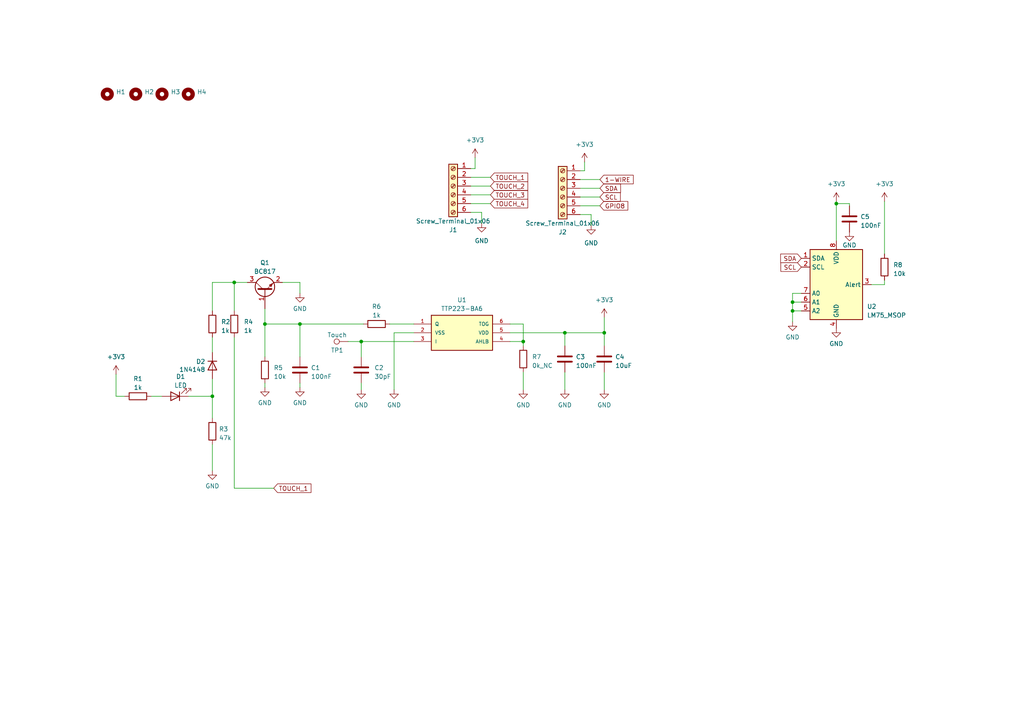
<source format=kicad_sch>
(kicad_sch (version 20230121) (generator eeschema)
  (paper "A4")
  (lib_symbols
    (symbol "Connector:Screw_Terminal_01x06" (pin_names (offset 1.016) hide)
      (property "Reference" "J" (at 0 7.62 0))
      (property "Value" "Screw_Terminal_01x06" (at 0 -10.16 0))
      (symbol "Screw_Terminal_01x06_1_1"
        (rectangle (start -1.27 6.35) (end 1.27 -8.89) (stroke (width 0.254)) (fill (type background)))
        (circle (center 0 -7.62) (radius 0.635) (stroke (width 0.1524)))
        (circle (center 0 -5.08) (radius 0.635) (stroke (width 0.1524)))
        (circle (center 0 -2.54) (radius 0.635) (stroke (width 0.1524)))
        (polyline (pts (xy -0.5334 -7.2898) (xy 0.3302 -8.128)) (stroke (width 0.1524)))
        (polyline (pts (xy -0.5334 -4.7498) (xy 0.3302 -5.588)) (stroke (width 0.1524)))
        (polyline (pts (xy -0.5334 -2.2098) (xy 0.3302 -3.048)) (stroke (width 0.1524)))
        (polyline (pts (xy -0.5334 0.3302) (xy 0.3302 -0.508)) (stroke (width 0.1524)))
        (polyline (pts (xy -0.5334 2.8702) (xy 0.3302 2.032)) (stroke (width 0.1524)))
        (polyline (pts (xy -0.5334 5.4102) (xy 0.3302 4.572)) (stroke (width 0.1524)))
        (polyline (pts (xy -0.3556 -7.112) (xy 0.508 -7.9502)) (stroke (width 0.1524)))
        (polyline (pts (xy -0.3556 -4.572) (xy 0.508 -5.4102)) (stroke (width 0.1524)))
        (polyline (pts (xy -0.3556 -2.032) (xy 0.508 -2.8702)) (stroke (width 0.1524)))
        (polyline (pts (xy -0.3556 0.508) (xy 0.508 -0.3302)) (stroke (width 0.1524)))
        (polyline (pts (xy -0.3556 3.048) (xy 0.508 2.2098)) (stroke (width 0.1524)))
        (polyline (pts (xy -0.3556 5.588) (xy 0.508 4.7498)) (stroke (width 0.1524)))
        (circle (center 0 0) (radius 0.635) (stroke (width 0.1524)))
        (circle (center 0 2.54) (radius 0.635) (stroke (width 0.1524)))
        (circle (center 0 5.08) (radius 0.635) (stroke (width 0.1524)))
        (pin passive line (at -5.08 5.08 0) (length 3.81) (name "Pin_1") (number "1"))
        (pin passive line (at -5.08 2.54 0) (length 3.81) (name "Pin_2") (number "2"))
        (pin passive line (at -5.08 0 0) (length 3.81) (name "Pin_3") (number "3"))
        (pin passive line (at -5.08 -2.54 0) (length 3.81) (name "Pin_4") (number "4"))
        (pin passive line (at -5.08 -5.08 0) (length 3.81) (name "Pin_5") (number "5"))
        (pin passive line (at -5.08 -7.62 0) (length 3.81) (name "Pin_6") (number "6"))
      )
    )
    (symbol "Connector:TestPoint" (pin_numbers hide) (pin_names (offset 0.762) hide)
      (property "Reference" "TP" (at 0 6.858 0))
      (property "Value" "TestPoint" (at 0 5.08 0))
      (symbol "TestPoint_0_1"
        (circle (center 0 3.302) (radius 0.762))
      )
      (symbol "TestPoint_1_1"
        (pin passive line (at 0 0 90) (length 2.54) (name "1") (number "1"))
      )
    )
    (symbol "Device:C" (pin_numbers hide) (pin_names (offset 0.254))
      (property "Reference" "C" (at 0.635 2.54 0))
      (property "Value" "C" (at 0.635 -2.54 0))
      (symbol "C_0_1"
        (polyline (pts (xy -2.032 -0.762) (xy 2.032 -0.762)) (stroke (width 0.508)))
        (polyline (pts (xy -2.032 0.762) (xy 2.032 0.762)) (stroke (width 0.508)))
      )
      (symbol "C_1_1"
        (pin passive line (at 0 3.81 270) (length 2.794) (name "~") (number "1"))
        (pin passive line (at 0 -3.81 90) (length 2.794) (name "~") (number "2"))
      )
    )
    (symbol "Device:D" (pin_numbers hide) (pin_names (offset 1.016) hide)
      (property "Reference" "D" (at 0 2.54 0))
      (property "Value" "D" (at 0 -2.54 0))
      (symbol "D_0_1"
        (polyline (pts (xy -1.27 1.27) (xy -1.27 -1.27)) (stroke (width 0.254)))
        (polyline (pts (xy 1.27 0) (xy -1.27 0)))
        (polyline (pts (xy 1.27 1.27) (xy 1.27 -1.27) (xy -1.27 0) (xy 1.27 1.27)) (stroke (width 0.254)))
      )
      (symbol "D_1_1"
        (pin passive line (at -3.81 0 0) (length 2.54) (name "K") (number "1"))
        (pin passive line (at 3.81 0 180) (length 2.54) (name "A") (number "2"))
      )
    )
    (symbol "Device:LED" (pin_numbers hide) (pin_names (offset 1.016) hide)
      (property "Reference" "D" (at 0 2.54 0))
      (property "Value" "LED" (at 0 -2.54 0))
      (symbol "LED_0_1"
        (polyline (pts (xy -1.27 -1.27) (xy -1.27 1.27)) (stroke (width 0.254)))
        (polyline (pts (xy -1.27 0) (xy 1.27 0)))
        (polyline (pts (xy 1.27 -1.27) (xy 1.27 1.27) (xy -1.27 0) (xy 1.27 -1.27)) (stroke (width 0.254)))
        (polyline (pts (xy -3.048 -0.762) (xy -4.572 -2.286) (xy -3.81 -2.286) (xy -4.572 -2.286) (xy -4.572 -1.524)))
        (polyline (pts (xy -1.778 -0.762) (xy -3.302 -2.286) (xy -2.54 -2.286) (xy -3.302 -2.286) (xy -3.302 -1.524)))
      )
      (symbol "LED_1_1"
        (pin passive line (at -3.81 0 0) (length 2.54) (name "K") (number "1"))
        (pin passive line (at 3.81 0 180) (length 2.54) (name "A") (number "2"))
      )
    )
    (symbol "Device:R" (pin_numbers hide) (pin_names (offset 0))
      (property "Reference" "R" (at 2.032 0 90))
      (property "Value" "R" (at 0 0 90))
      (symbol "R_0_1"
        (rectangle (start -1.016 -2.54) (end 1.016 2.54) (stroke (width 0.254)))
      )
      (symbol "R_1_1"
        (pin passive line (at 0 3.81 270) (length 1.27) (name "~") (number "1"))
        (pin passive line (at 0 -3.81 90) (length 1.27) (name "~") (number "2"))
      )
    )
    (symbol "Mechanical:MountingHole" (pin_names (offset 1.016))
      (property "Reference" "H" (at 0 5.08 0))
      (property "Value" "MountingHole" (at 0 3.175 0))
      (symbol "MountingHole_0_1"
        (circle (center 0 0) (radius 1.27) (stroke (width 1.27)))
      )
    )
    (symbol "Sensor_Temperature:MCP9804_MSOP"
      (property "Reference" "U" (at -6.35 11.43 0))
      (property "Value" "MCP9804_MSOP" (at 10.16 11.43 0))
      (symbol "MCP9804_MSOP_0_1"
        (rectangle (start -7.62 10.16) (end 7.62 -10.16) (stroke (width 0.254)) (fill (type background)))
      )
      (symbol "MCP9804_MSOP_1_1"
        (pin bidirectional line (at -10.16 7.62 0) (length 2.54) (name "SDA") (number "1"))
        (pin input line (at -10.16 5.08 0) (length 2.54) (name "SCL") (number "2"))
        (pin output line (at 10.16 0 180) (length 2.54) (name "Alert") (number "3"))
        (pin power_in line (at 0 -12.7 90) (length 2.54) (name "GND") (number "4"))
        (pin input line (at -10.16 -7.62 0) (length 2.54) (name "A2") (number "5"))
        (pin input line (at -10.16 -5.08 0) (length 2.54) (name "A1") (number "6"))
        (pin input line (at -10.16 -2.54 0) (length 2.54) (name "A0") (number "7"))
        (pin power_in line (at 0 12.7 270) (length 2.54) (name "VDD") (number "8"))
      )
    )
    (symbol "TTP223-BA6:TTP223-BA6" (pin_names (offset 1.016))
      (property "Reference" "IC" (at 24.13 7.62 0))
      (property "Value" "TTP223-BA6" (at 24.13 5.08 0))
      (symbol "TTP223-BA6_0_0"
        (rectangle (start 5.08 -7.62) (end 22.86 2.54) (stroke (width 0.254)) (fill (type background)))
        (pin bidirectional line (at 0 0 0) (length 5.08) (name "Q") (number "1"))
        (pin bidirectional line (at 0 -2.54 0) (length 5.08) (name "VSS") (number "2"))
        (pin bidirectional line (at 0 -5.08 0) (length 5.08) (name "I") (number "3"))
        (pin bidirectional line (at 27.94 -5.08 180) (length 5.08) (name "AHLB") (number "4"))
        (pin bidirectional line (at 27.94 -2.54 180) (length 5.08) (name "VDD") (number "5"))
        (pin bidirectional line (at 27.94 0 180) (length 5.08) (name "TOG") (number "6"))
      )
    )
    (symbol "Transistor_BJT:BC817" (pin_names (offset 0) hide)
      (property "Reference" "Q" (at 5.08 1.905 0))
      (property "Value" "BC817" (at 5.08 0 0))
      (symbol "BC817_0_1"
        (polyline (pts (xy 0.635 0.635) (xy 2.54 2.54)))
        (polyline (pts (xy 0.635 -0.635) (xy 2.54 -2.54) (xy 2.54 -2.54)))
        (polyline (pts (xy 0.635 1.905) (xy 0.635 -1.905) (xy 0.635 -1.905)) (stroke (width 0.508)))
        (polyline (pts (xy 1.27 -1.778) (xy 1.778 -1.27) (xy 2.286 -2.286) (xy 1.27 -1.778) (xy 1.27 -1.778)) (fill (type outline)))
        (circle (center 1.27 0) (radius 2.8194) (stroke (width 0.254)))
      )
      (symbol "BC817_1_1"
        (pin input line (at -5.08 0 0) (length 5.715) (name "B") (number "1"))
        (pin passive line (at 2.54 -5.08 90) (length 2.54) (name "E") (number "2"))
        (pin passive line (at 2.54 5.08 270) (length 2.54) (name "C") (number "3"))
      )
    )
    (symbol "power:+3.3V" (power) (pin_names (offset 0))
      (property "Value" "+3.3V" (at 0 3.556 0))
      (symbol "+3.3V_0_1"
        (polyline (pts (xy -0.762 1.27) (xy 0 2.54)))
        (polyline (pts (xy 0 0) (xy 0 2.54)))
        (polyline (pts (xy 0 2.54) (xy 0.762 1.27)))
      )
      (symbol "+3.3V_1_1"
        (pin power_in line (at 0 0 90) (length 0) hide (name "+3V3") (number "1"))
      )
    )
    (symbol "power:GND" (power) (pin_names (offset 0))
      (property "Value" "GND" (at 0 -3.81 0))
      (symbol "GND_0_1"
        (polyline (pts (xy 0 0) (xy 0 -1.27) (xy 1.27 -1.27) (xy 0 -2.54) (xy -1.27 -1.27) (xy 0 -1.27)))
      )
      (symbol "GND_1_1"
        (pin power_in line (at 0 0 270) (length 0) hide (name "GND") (number "1"))
      )
    )
  )
  (junction (at 67.945 81.915))
  (junction (at 104.775 99.06))
  (junction (at 61.595 114.935))
  (junction (at 86.995 93.98))
  (junction (at 242.57 59.055))
  (junction (at 76.835 93.98))
  (junction (at 229.87 90.17))
  (junction (at 151.765 99.06))
  (junction (at 175.26 96.52))
  (junction (at 163.83 96.52))
  (junction (at 229.87 87.63))
  (wire (pts (xy 81.915 81.915) (xy 86.995 81.915)))
  (wire (pts (xy 67.945 141.605) (xy 79.375 141.605)))
  (wire (pts (xy 151.765 99.06) (xy 151.765 93.98)))
  (wire (pts (xy 67.945 81.915) (xy 67.945 90.17)))
  (wire (pts (xy 242.57 58.42) (xy 242.57 59.055)))
  (wire (pts (xy 246.38 59.055) (xy 246.38 59.69)))
  (wire (pts (xy 168.275 59.69) (xy 173.99 59.69)))
  (wire (pts (xy 229.87 87.63) (xy 232.41 87.63)))
  (wire (pts (xy 137.795 48.895) (xy 137.795 45.72)))
  (wire (pts (xy 33.655 114.935) (xy 33.655 108.585)))
  (wire (pts (xy 136.525 53.975) (xy 142.24 53.975)))
  (wire (pts (xy 163.83 96.52) (xy 163.83 100.33)))
  (wire (pts (xy 86.995 93.98) (xy 105.41 93.98)))
  (wire (pts (xy 175.26 107.95) (xy 175.26 113.03)))
  (wire (pts (xy 232.41 85.09) (xy 229.87 85.09)))
  (wire (pts (xy 136.525 56.515) (xy 142.24 56.515)))
  (wire (pts (xy 67.945 81.915) (xy 61.595 81.915)))
  (wire (pts (xy 151.765 93.98) (xy 147.955 93.98)))
  (wire (pts (xy 86.995 93.98) (xy 86.995 103.505)))
  (wire (pts (xy 136.525 59.055) (xy 142.24 59.055)))
  (wire (pts (xy 163.83 96.52) (xy 175.26 96.52)))
  (wire (pts (xy 242.57 59.055) (xy 246.38 59.055)))
  (wire (pts (xy 175.26 96.52) (xy 175.26 100.33)))
  (wire (pts (xy 104.775 99.06) (xy 120.015 99.06)))
  (wire (pts (xy 168.275 49.53) (xy 169.545 49.53)))
  (wire (pts (xy 168.275 62.23) (xy 171.45 62.23)))
  (wire (pts (xy 36.195 114.935) (xy 33.655 114.935)))
  (wire (pts (xy 252.73 82.55) (xy 256.54 82.55)))
  (wire (pts (xy 120.015 96.52) (xy 114.3 96.52)))
  (wire (pts (xy 76.835 93.98) (xy 76.835 103.505)))
  (wire (pts (xy 168.275 52.07) (xy 173.99 52.07)))
  (wire (pts (xy 61.595 109.855) (xy 61.595 114.935)))
  (wire (pts (xy 113.03 93.98) (xy 120.015 93.98)))
  (wire (pts (xy 86.995 81.915) (xy 86.995 85.09)))
  (wire (pts (xy 256.54 58.42) (xy 256.54 73.66)))
  (wire (pts (xy 175.26 92.075) (xy 175.26 96.52)))
  (wire (pts (xy 114.3 96.52) (xy 114.3 113.03)))
  (wire (pts (xy 168.275 57.15) (xy 173.99 57.15)))
  (wire (pts (xy 61.595 81.915) (xy 61.595 90.17)))
  (wire (pts (xy 168.275 54.61) (xy 173.99 54.61)))
  (wire (pts (xy 86.995 111.125) (xy 86.995 112.395)))
  (wire (pts (xy 169.545 49.53) (xy 169.545 46.99)))
  (wire (pts (xy 229.87 87.63) (xy 229.87 90.17)))
  (wire (pts (xy 104.775 111.125) (xy 104.775 113.03)))
  (wire (pts (xy 147.955 96.52) (xy 163.83 96.52)))
  (wire (pts (xy 242.57 59.055) (xy 242.57 69.85)))
  (wire (pts (xy 229.87 85.09) (xy 229.87 87.63)))
  (wire (pts (xy 256.54 82.55) (xy 256.54 81.28)))
  (wire (pts (xy 147.955 99.06) (xy 151.765 99.06)))
  (wire (pts (xy 54.61 114.935) (xy 61.595 114.935)))
  (wire (pts (xy 71.755 81.915) (xy 67.945 81.915)))
  (wire (pts (xy 86.995 93.98) (xy 76.835 93.98)))
  (wire (pts (xy 136.525 48.895) (xy 137.795 48.895)))
  (wire (pts (xy 104.775 103.505) (xy 104.775 99.06)))
  (wire (pts (xy 229.87 90.17) (xy 232.41 90.17)))
  (wire (pts (xy 67.945 97.79) (xy 67.945 141.605)))
  (wire (pts (xy 163.83 107.95) (xy 163.83 113.03)))
  (wire (pts (xy 136.525 61.595) (xy 139.7 61.595)))
  (wire (pts (xy 151.765 107.95) (xy 151.765 113.03)))
  (wire (pts (xy 100.965 99.06) (xy 104.775 99.06)))
  (wire (pts (xy 76.835 89.535) (xy 76.835 93.98)))
  (wire (pts (xy 139.7 61.595) (xy 139.7 64.77)))
  (wire (pts (xy 229.87 90.17) (xy 229.87 93.345)))
  (wire (pts (xy 151.765 99.06) (xy 151.765 100.33)))
  (wire (pts (xy 61.595 114.935) (xy 61.595 121.285)))
  (wire (pts (xy 61.595 97.79) (xy 61.595 102.235)))
  (wire (pts (xy 43.815 114.935) (xy 46.99 114.935)))
  (wire (pts (xy 171.45 62.23) (xy 171.45 65.405)))
  (wire (pts (xy 76.835 111.125) (xy 76.835 112.395)))
  (wire (pts (xy 136.525 51.435) (xy 142.24 51.435)))
  (wire (pts (xy 61.595 128.905) (xy 61.595 136.525)))
  (global_label "SDA" (shape input) (at 232.41 74.93 180) (property "Intersheetrefs" "${INTERSHEET_REFS}" (effects hide)))
  (global_label "TOUCH_3" (shape input) (at 142.24 56.515 0) (property "Intersheetrefs" "${INTERSHEET_REFS}" (effects hide)))
  (global_label "TOUCH_1" (shape input) (at 79.375 141.605 0) (property "Intersheetrefs" "${INTERSHEET_REFS}" (effects hide)))
  (global_label "1-WIRE" (shape input) (at 173.99 52.07 0) (property "Intersheetrefs" "${INTERSHEET_REFS}" (effects hide)))
  (global_label "TOUCH_1" (shape input) (at 142.24 51.435 0) (property "Intersheetrefs" "${INTERSHEET_REFS}" (effects hide)))
  (global_label "SCL" (shape input) (at 232.41 77.47 180) (property "Intersheetrefs" "${INTERSHEET_REFS}" (effects hide)))
  (global_label "SDA" (shape input) (at 173.99 54.61 0) (property "Intersheetrefs" "${INTERSHEET_REFS}" (effects hide)))
  (global_label "GPIO8" (shape input) (at 173.99 59.69 0) (property "Intersheetrefs" "${INTERSHEET_REFS}" (effects hide)))
  (global_label "SCL" (shape input) (at 173.99 57.15 0) (property "Intersheetrefs" "${INTERSHEET_REFS}" (effects hide)))
  (global_label "TOUCH_2" (shape input) (at 142.24 53.975 0) (property "Intersheetrefs" "${INTERSHEET_REFS}" (effects hide)))
  (global_label "TOUCH_4" (shape input) (at 142.24 59.055 0) (property "Intersheetrefs" "${INTERSHEET_REFS}" (effects hide)))
  (symbol (lib_id "Device:R") (at 151.765 104.14 180) (unit 1)
    (property "Reference" "R7" (at 154.305 103.505 0) (effects (justify right)))
    (property "Value" "0k_NC" (at 154.305 106.045 0) (effects (justify right)))
    (property "Footprint" "Resistor_SMD:R_0603_1608Metric" (effects hide))
  )
  (symbol (lib_id "Mechanical:MountingHole") (at 54.61 27.305 0) (unit 1)
    (property "Reference" "H4" (at 57.15 26.67 0) (effects (justify left)))
    (property "Value" "MountingHole" (effects hide))
    (property "Footprint" "MountingHole:MountingHole_3.2mm_M3_ISO7380_Pad" (effects hide))
  )
  (symbol (lib_id "Device:LED") (at 50.8 114.935 180) (unit 1)
    (property "Reference" "D1" (at 52.3875 109.22 0))
    (property "Value" "LED" (at 52.3875 111.76 0))
    (property "Footprint" "LED_SMD:LED_1206_3216Metric" (effects hide))
  )
  (symbol (lib_id "Mechanical:MountingHole") (at 39.37 27.305 0) (unit 1)
    (property "Reference" "H2" (at 41.91 26.67 0) (effects (justify left)))
    (property "Value" "MountingHole" (effects hide))
    (property "Footprint" "MountingHole:MountingHole_3.2mm_M3_ISO7380_Pad" (effects hide))
  )
  (symbol (lib_id "Device:D") (at 61.595 106.045 90) (mirror x) (unit 1)
    (property "Reference" "D2" (at 59.563 104.8766 90) (effects (justify left)))
    (property "Value" "1N4148" (at 59.563 107.188 90) (effects (justify left)))
    (property "Footprint" "Diode_SMD:D_MiniMELF" (effects hide))
    (property "JLCPCB" "C68883" (effects hide))
  )
  (symbol (lib_id "power:GND") (at 114.3 113.03 0) (unit 1)
    (property "Reference" "#PWR07" (effects hide))
    (property "Value" "GND" (at 114.3 117.475 0))
  )
  (symbol (lib_id "power:GND") (at 171.45 65.405 0) (unit 1)
    (property "Reference" "#PWR013" (effects hide))
    (property "Value" "GND" (at 171.45 70.485 0))
  )
  (symbol (lib_id "Device:R") (at 40.005 114.935 270) (unit 1)
    (property "Reference" "R1" (at 40.005 109.855 90))
    (property "Value" "1k" (at 40.005 112.395 90))
    (property "Footprint" "Resistor_SMD:R_0603_1608Metric" (effects hide))
  )
  (symbol (lib_id "Device:R") (at 67.945 93.98 180) (unit 1)
    (property "Reference" "R4" (at 70.7137 93.345 0) (effects (justify right)))
    (property "Value" "1k" (at 70.7137 95.885 0) (effects (justify right)))
    (property "Footprint" "Resistor_SMD:R_0603_1608Metric" (effects hide))
  )
  (symbol (lib_id "TTP223-BA6:TTP223-BA6") (at 120.015 93.98 0) (unit 1)
    (property "Reference" "U1" (at 133.985 86.995 0))
    (property "Value" "TTP223-BA6" (at 133.985 89.535 0))
    (property "Footprint" "Package_TO_SOT_SMD:SOT-23-6" (effects hide))
    (property "DESCRIPTION" "1 KEY TOUCH PAD DETECTOR IC" (effects hide))
    (property "MANUFACTURER_NAME" "TONTEK" (effects hide))
    (property "HEIGHT" "1.26mm" (effects hide))
    (property "MANUFACTURER_PART_NUMBER" "TTP223-BA6" (effects hide))
  )
  (symbol (lib_id "power:GND") (at 86.995 85.09 0) (unit 1)
    (property "Reference" "#PWR04" (effects hide))
    (property "Value" "GND" (at 86.995 89.535 0))
  )
  (symbol (lib_id "power:+3.3V") (at 137.795 45.72 0) (unit 1)
    (property "Reference" "#PWR08" (effects hide))
    (property "Value" "+3.3V" (at 137.795 40.64 0))
  )
  (symbol (lib_id "power:+3.3V") (at 175.26 92.075 0) (unit 1)
    (property "Reference" "#PWR014" (effects hide))
    (property "Value" "+3.3V" (at 175.26 86.995 0))
  )
  (symbol (lib_id "Device:R") (at 76.835 107.315 0) (unit 1)
    (property "Reference" "R5" (at 79.375 106.68 0) (effects (justify left)))
    (property "Value" "10k" (at 79.375 109.22 0) (effects (justify left)))
    (property "Footprint" "Resistor_SMD:R_0603_1608Metric" (effects hide))
  )
  (symbol (lib_id "power:GND") (at 175.26 113.03 0) (unit 1)
    (property "Reference" "#PWR015" (effects hide))
    (property "Value" "GND" (at 175.26 117.475 0))
  )
  (symbol (lib_id "power:GND") (at 246.38 67.31 0) (unit 1)
    (property "Reference" "#PWR019" (effects hide))
    (property "Value" "GND" (at 246.38 71.12 0))
  )
  (symbol (lib_id "Connector:Screw_Terminal_01x06") (at 163.195 54.61 0) (mirror y) (unit 1)
    (property "Reference" "J2" (at 163.195 67.31 0))
    (property "Value" "Screw_Terminal_01x06" (at 163.195 64.77 0))
    (property "Footprint" "Connector_PinSocket_2.54mm:PinSocket_1x06_P2.54mm_Vertical" (effects hide))
  )
  (symbol (lib_id "Device:C") (at 104.775 107.315 0) (unit 1)
    (property "Reference" "C2" (at 108.585 106.68 0) (effects (justify left)))
    (property "Value" "30pF" (at 108.585 109.22 0) (effects (justify left)))
    (property "Footprint" "Capacitor_SMD:C_0603_1608Metric" (effects hide))
  )
  (symbol (lib_id "Device:C") (at 86.995 107.315 0) (unit 1)
    (property "Reference" "C1" (at 90.17 106.68 0) (effects (justify left)))
    (property "Value" "100nF" (at 90.17 109.22 0) (effects (justify left)))
    (property "Footprint" "Capacitor_SMD:C_0603_1608Metric" (effects hide))
  )
  (symbol (lib_id "power:GND") (at 61.595 136.525 0) (unit 1)
    (property "Reference" "#PWR02" (effects hide))
    (property "Value" "GND" (at 61.595 140.97 0))
  )
  (symbol (lib_id "power:GND") (at 163.83 113.03 0) (unit 1)
    (property "Reference" "#PWR011" (effects hide))
    (property "Value" "GND" (at 163.83 117.475 0))
  )
  (symbol (lib_id "power:GND") (at 242.57 95.25 0) (unit 1)
    (property "Reference" "#PWR018" (effects hide))
    (property "Value" "GND" (at 242.57 99.695 0))
  )
  (symbol (lib_id "Mechanical:MountingHole") (at 31.115 27.305 0) (unit 1)
    (property "Reference" "H1" (at 33.655 26.67 0) (effects (justify left)))
    (property "Value" "MountingHole" (effects hide))
    (property "Footprint" "MountingHole:MountingHole_3.2mm_M3_ISO7380_Pad" (effects hide))
  )
  (symbol (lib_id "Device:R") (at 256.54 77.47 0) (unit 1)
    (property "Reference" "R8" (at 259.08 76.835 0) (effects (justify left)))
    (property "Value" "10k" (at 259.08 79.375 0) (effects (justify left)))
    (property "Footprint" "Resistor_SMD:R_0603_1608Metric" (effects hide))
  )
  (symbol (lib_id "Device:R") (at 61.595 93.98 180) (unit 1)
    (property "Reference" "R2" (at 64.135 93.345 0) (effects (justify right)))
    (property "Value" "1k" (at 64.135 95.885 0) (effects (justify right)))
    (property "Footprint" "Resistor_SMD:R_0603_1608Metric" (effects hide))
  )
  (symbol (lib_id "Device:C") (at 175.26 104.14 0) (unit 1)
    (property "Reference" "C4" (at 178.435 103.505 0) (effects (justify left)))
    (property "Value" "10uF" (at 178.435 106.045 0) (effects (justify left)))
    (property "Footprint" "Capacitor_SMD:C_0603_1608Metric" (effects hide))
  )
  (symbol (lib_id "Mechanical:MountingHole") (at 46.99 27.305 0) (unit 1)
    (property "Reference" "H3" (at 49.53 26.67 0) (effects (justify left)))
    (property "Value" "MountingHole" (effects hide))
    (property "Footprint" "MountingHole:MountingHole_3.2mm_M3_ISO7380_Pad" (effects hide))
  )
  (symbol (lib_id "Device:C") (at 163.83 104.14 0) (unit 1)
    (property "Reference" "C3" (at 167.005 103.505 0) (effects (justify left)))
    (property "Value" "100nF" (at 167.005 106.045 0) (effects (justify left)))
    (property "Footprint" "Capacitor_SMD:C_0603_1608Metric" (effects hide))
  )
  (symbol (lib_id "power:GND") (at 86.995 112.395 0) (unit 1)
    (property "Reference" "#PWR05" (effects hide))
    (property "Value" "GND" (at 86.995 116.84 0))
  )
  (symbol (lib_id "power:GND") (at 229.87 93.345 0) (unit 1)
    (property "Reference" "#PWR016" (effects hide))
    (property "Value" "GND" (at 229.87 97.79 0))
  )
  (symbol (lib_id "Device:R") (at 61.595 125.095 180) (unit 1)
    (property "Reference" "R3" (at 63.5 124.46 0) (effects (justify right)))
    (property "Value" "47k" (at 63.5 127 0) (effects (justify right)))
    (property "Footprint" "Resistor_SMD:R_0603_1608Metric" (effects hide))
  )
  (symbol (lib_id "power:+3.3V") (at 169.545 46.99 0) (unit 1)
    (property "Reference" "#PWR012" (effects hide))
    (property "Value" "+3.3V" (at 169.545 41.91 0))
  )
  (symbol (lib_id "power:+3.3V") (at 242.57 58.42 0) (unit 1)
    (property "Reference" "#PWR017" (effects hide))
    (property "Value" "+3.3V" (at 242.57 53.34 0))
  )
  (symbol (lib_id "Connector:TestPoint") (at 100.965 99.06 90) (unit 1)
    (property "Reference" "TP1" (at 97.79 101.6 90))
    (property "Value" "Touch" (at 97.79 97.155 90))
    (property "Footprint" "TestPoint:TestPoint_Pad_D4.0mm" (effects hide))
  )
  (symbol (lib_id "Transistor_BJT:BC817") (at 76.835 84.455 90) (unit 1)
    (property "Reference" "Q1" (at 76.835 76.2 90))
    (property "Value" "BC817" (at 76.835 78.74 90))
    (property "Footprint" "Package_TO_SOT_SMD:SOT-23" (effects hide))
    (property "Datasheet" "https://www.onsemi.com/pub/Collateral/BC818-D.pdf" (effects hide))
  )
  (symbol (lib_id "power:GND") (at 139.7 64.77 0) (unit 1)
    (property "Reference" "#PWR09" (effects hide))
    (property "Value" "GND" (at 139.7 69.85 0))
  )
  (symbol (lib_id "power:GND") (at 76.835 112.395 0) (unit 1)
    (property "Reference" "#PWR03" (effects hide))
    (property "Value" "GND" (at 76.835 116.84 0))
  )
  (symbol (lib_id "Sensor_Temperature:MCP9804_MSOP") (at 242.57 82.55 0) (unit 1)
    (property "Reference" "U2" (at 251.46 88.9 0) (effects (justify left)))
    (property "Value" "LM75_MSOP" (at 251.46 91.44 0) (effects (justify left)))
    (property "Footprint" "Package_SO:MSOP-8_3x3mm_P0.65mm" (effects hide))
  )
  (symbol (lib_id "Device:C") (at 246.38 63.5 0) (unit 1)
    (property "Reference" "C5" (at 249.555 62.865 0) (effects (justify left)))
    (property "Value" "100nF" (at 249.555 65.405 0) (effects (justify left)))
    (property "Footprint" "Capacitor_SMD:C_0603_1608Metric" (effects hide))
  )
  (symbol (lib_id "power:GND") (at 151.765 113.03 0) (unit 1)
    (property "Reference" "#PWR010" (effects hide))
    (property "Value" "GND" (at 151.765 117.475 0))
  )
  (symbol (lib_id "Connector:Screw_Terminal_01x06") (at 131.445 53.975 0) (mirror y) (unit 1)
    (property "Reference" "J1" (at 131.445 66.675 0))
    (property "Value" "Screw_Terminal_01x06" (at 131.445 64.135 0))
    (property "Footprint" "Connector_PinSocket_2.54mm:PinSocket_1x06_P2.54mm_Vertical" (effects hide))
  )
  (symbol (lib_id "Device:R") (at 109.22 93.98 90) (unit 1)
    (property "Reference" "R6" (at 109.22 88.9 90))
    (property "Value" "1k" (at 109.22 91.44 90))
    (property "Footprint" "Resistor_SMD:R_0603_1608Metric" (effects hide))
  )
  (symbol (lib_id "power:+3.3V") (at 256.54 58.42 0) (unit 1)
    (property "Reference" "#PWR020" (effects hide))
    (property "Value" "+3.3V" (at 256.54 53.34 0))
  )
  (symbol (lib_id "power:GND") (at 104.775 113.03 0) (unit 1)
    (property "Reference" "#PWR06" (effects hide))
    (property "Value" "GND" (at 104.775 117.475 0))
  )
  (symbol (lib_id "power:+3.3V") (at 33.655 108.585 0) (unit 1)
    (property "Reference" "#PWR01" (effects hide))
    (property "Value" "+3.3V" (at 33.655 103.505 0))
  )
)
</source>
